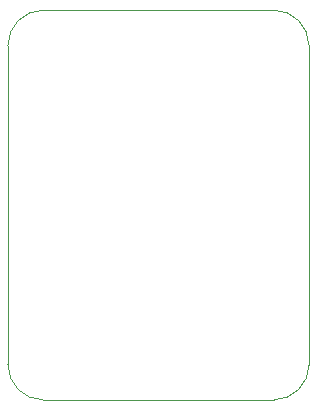
<source format=gbr>
%TF.GenerationSoftware,KiCad,Pcbnew,9.0.6*%
%TF.CreationDate,2025-11-11T14:20:58+00:00*%
%TF.ProjectId,BJT_Astable_Multivibrator_PCB,424a545f-4173-4746-9162-6c655f4d756c,rev?*%
%TF.SameCoordinates,Original*%
%TF.FileFunction,Profile,NP*%
%FSLAX46Y46*%
G04 Gerber Fmt 4.6, Leading zero omitted, Abs format (unit mm)*
G04 Created by KiCad (PCBNEW 9.0.6) date 2025-11-11 14:20:58*
%MOMM*%
%LPD*%
G01*
G04 APERTURE LIST*
%TA.AperFunction,Profile*%
%ADD10C,0.050000*%
%TD*%
G04 APERTURE END LIST*
D10*
X143500000Y-62500000D02*
X143500000Y-89500000D01*
X169000000Y-62500000D02*
X169000000Y-89500000D01*
X146500000Y-92500000D02*
X166000000Y-92500000D01*
X146500000Y-92500000D02*
G75*
G02*
X143500000Y-89500000I0J3000000D01*
G01*
X146500000Y-59500000D02*
X166000000Y-59500000D01*
X169000000Y-89500000D02*
G75*
G02*
X166000000Y-92500000I-3000000J0D01*
G01*
X166000000Y-59500000D02*
G75*
G02*
X169000000Y-62500000I0J-3000000D01*
G01*
X143500000Y-62500000D02*
G75*
G02*
X146500000Y-59500000I3000000J0D01*
G01*
M02*

</source>
